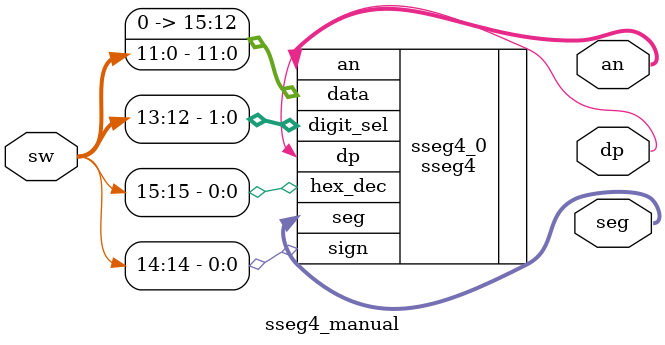
<source format=sv>
`timescale 1ns / 1ps


// This is the Top-Level module that'll interface with the board
module sseg4_manual(
    input [15:0] sw,
    output [6:0] seg,
    output dp,
    output [3:0] an
    );
    
    sseg4 sseg4_0 (
        .data({4'b0000, sw[11:0]}),
        .hex_dec(sw[15]),
        .sign(sw[14]),
        .digit_sel(sw[13:12]),
        .seg(seg),
        .dp(dp),
        .an(an)
    );
    
    
    
    
    
    
    
endmodule

</source>
